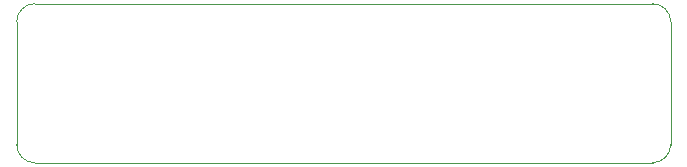
<source format=gbr>
%TF.GenerationSoftware,KiCad,Pcbnew,(5.1.10)-1*%
%TF.CreationDate,2021-06-27T21:28:02-04:00*%
%TF.ProjectId,PWM_Generator,50574d5f-4765-46e6-9572-61746f722e6b,rev?*%
%TF.SameCoordinates,Original*%
%TF.FileFunction,Profile,NP*%
%FSLAX46Y46*%
G04 Gerber Fmt 4.6, Leading zero omitted, Abs format (unit mm)*
G04 Created by KiCad (PCBNEW (5.1.10)-1) date 2021-06-27 21:28:02*
%MOMM*%
%LPD*%
G01*
G04 APERTURE LIST*
%TA.AperFunction,Profile*%
%ADD10C,0.050000*%
%TD*%
G04 APERTURE END LIST*
D10*
X88900000Y-80010000D02*
G75*
G02*
X90424000Y-78486000I1524000J0D01*
G01*
X90424000Y-91948000D02*
G75*
G02*
X88900000Y-90424000I0J1524000D01*
G01*
X142748000Y-78486000D02*
G75*
G02*
X144272000Y-80010000I0J-1524000D01*
G01*
X144272000Y-90424000D02*
G75*
G02*
X142748000Y-91948000I-1524000J0D01*
G01*
X142748000Y-78486000D02*
X90424000Y-78486000D01*
X144272000Y-90424000D02*
X144272000Y-80010000D01*
X90424000Y-91948000D02*
X142748000Y-91948000D01*
X88900000Y-80010000D02*
X88900000Y-90424000D01*
M02*

</source>
